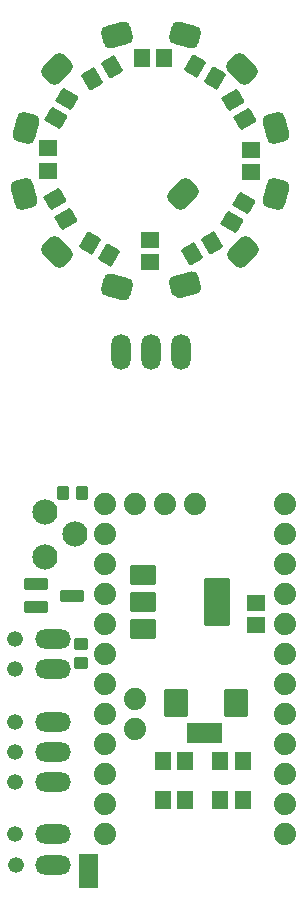
<source format=gbr>
%TF.GenerationSoftware,KiCad,Pcbnew,7.0.6*%
%TF.CreationDate,2024-06-04T12:28:42+02:00*%
%TF.ProjectId,ToneGenerator,546f6e65-4765-46e6-9572-61746f722e6b,rev?*%
%TF.SameCoordinates,Original*%
%TF.FileFunction,Soldermask,Top*%
%TF.FilePolarity,Negative*%
%FSLAX45Y45*%
G04 Gerber Fmt 4.5, Leading zero omitted, Abs format (unit mm)*
G04 Created by KiCad (PCBNEW 7.0.6) date 2024-06-04 12:28:42*
%MOMM*%
%LPD*%
G01*
G04 APERTURE LIST*
G04 Aperture macros list*
%AMRoundRect*
0 Rectangle with rounded corners*
0 $1 Rounding radius*
0 $2 $3 $4 $5 $6 $7 $8 $9 X,Y pos of 4 corners*
0 Add a 4 corners polygon primitive as box body*
4,1,4,$2,$3,$4,$5,$6,$7,$8,$9,$2,$3,0*
0 Add four circle primitives for the rounded corners*
1,1,$1+$1,$2,$3*
1,1,$1+$1,$4,$5*
1,1,$1+$1,$6,$7*
1,1,$1+$1,$8,$9*
0 Add four rect primitives between the rounded corners*
20,1,$1+$1,$2,$3,$4,$5,0*
20,1,$1+$1,$4,$5,$6,$7,0*
20,1,$1+$1,$6,$7,$8,$9,0*
20,1,$1+$1,$8,$9,$2,$3,0*%
%AMFreePoly0*
4,1,47,0.799497,0.949497,1.249497,0.499497,1.270000,0.450000,1.270000,-0.451637,1.269847,-0.454906,1.261849,-0.540195,1.258227,-0.556779,1.213924,-0.683390,1.204174,-0.701838,1.124520,-0.809765,1.109765,-0.824520,1.001838,-0.904174,0.983390,-0.913924,0.856779,-0.958226,0.840195,-0.961849,0.754906,-0.969847,0.751637,-0.970000,-0.751637,-0.970000,-0.754906,-0.969847,-0.840195,-0.961849,
-0.856779,-0.958227,-0.983390,-0.913924,-1.001838,-0.904174,-1.109765,-0.824520,-1.124520,-0.809765,-1.204174,-0.701838,-1.213924,-0.683390,-1.258227,-0.556779,-1.261849,-0.540195,-1.269847,-0.454906,-1.270000,-0.451637,-1.270000,0.451637,-1.269847,0.454906,-1.261849,0.540195,-1.258227,0.556779,-1.213924,0.683390,-1.204174,0.701838,-1.124520,0.809765,-1.109765,0.824520,-1.001838,0.904174,
-0.983390,0.913924,-0.856779,0.958226,-0.840195,0.961849,-0.754906,0.969847,-0.751637,0.970000,0.750000,0.970000,0.799497,0.949497,0.799497,0.949497,$1*%
G04 Aperture macros list end*
%ADD10RoundRect,0.101600X-0.571500X-0.698500X0.571500X-0.698500X0.571500X0.698500X-0.571500X0.698500X0*%
%ADD11C,1.340000*%
%ADD12O,3.048000X1.625600*%
%ADD13RoundRect,0.101600X-0.698500X0.571500X-0.698500X-0.571500X0.698500X-0.571500X0.698500X0.571500X0*%
%ADD14RoundRect,0.101600X0.319169X-0.844184X0.890669X0.145684X-0.319169X0.844184X-0.890669X-0.145684X0*%
%ADD15C,2.133600*%
%ADD16RoundRect,0.101600X0.844184X0.319169X-0.145684X0.890669X-0.844184X-0.319169X0.145684X-0.890669X0*%
%ADD17RoundRect,0.101600X0.698500X-0.571500X0.698500X0.571500X-0.698500X0.571500X-0.698500X-0.571500X0*%
%ADD18RoundRect,0.101600X-0.145684X-0.890669X0.844184X-0.319169X0.145684X0.890669X-0.844184X0.319169X0*%
%ADD19RoundRect,0.101600X0.900000X1.100000X-0.900000X1.100000X-0.900000X-1.100000X0.900000X-1.100000X0*%
%ADD20RoundRect,0.101600X-1.003300X0.749300X-1.003300X-0.749300X1.003300X-0.749300X1.003300X0.749300X0*%
%ADD21RoundRect,0.101600X-1.003300X1.905000X-1.003300X-1.905000X1.003300X-1.905000X1.003300X1.905000X0*%
%ADD22RoundRect,0.101600X0.571500X0.698500X-0.571500X0.698500X-0.571500X-0.698500X0.571500X-0.698500X0*%
%ADD23RoundRect,0.101600X-0.482600X0.381000X-0.482600X-0.381000X0.482600X-0.381000X0.482600X0.381000X0*%
%ADD24C,1.879600*%
%ADD25FreePoly0,195.000000*%
%ADD26RoundRect,0.520000X0.212132X0.848528X-0.848528X-0.212132X-0.212132X-0.848528X0.848528X0.212132X0*%
%ADD27RoundRect,0.520000X-0.240552X0.840913X-0.628781X-0.607976X0.240552X-0.840913X0.628781X0.607976X0*%
%ADD28RoundRect,0.520000X-0.628781X0.607976X-0.240552X-0.840913X0.628781X-0.607976X0.240552X0.840913X0*%
%ADD29RoundRect,0.520000X-0.848528X0.212132X0.212132X-0.848528X0.848528X-0.212132X-0.212132X0.848528X0*%
%ADD30RoundRect,0.520000X-0.840913X-0.240552X0.607976X-0.628781X0.840913X0.240552X-0.607976X0.628781X0*%
%ADD31RoundRect,0.520000X-0.607976X-0.628781X0.840913X-0.240552X0.607976X0.628781X-0.840913X0.240552X0*%
%ADD32RoundRect,0.520000X-0.212132X-0.848528X0.848528X0.212132X0.212132X0.848528X-0.848528X-0.212132X0*%
%ADD33RoundRect,0.520000X0.240552X-0.840913X0.628781X0.607976X-0.240552X0.840913X-0.628781X-0.607976X0*%
%ADD34RoundRect,0.520000X0.628781X-0.607976X0.240552X0.840913X-0.628781X0.607976X-0.240552X-0.840913X0*%
%ADD35RoundRect,0.520000X0.848528X-0.212132X-0.212132X0.848528X-0.848528X0.212132X0.212132X-0.848528X0*%
%ADD36RoundRect,0.520000X0.840913X0.240552X-0.607976X0.628781X-0.840913X-0.240552X0.607976X-0.628781X0*%
%ADD37RoundRect,0.101600X0.890669X-0.145684X0.319169X0.844184X-0.890669X0.145684X-0.319169X-0.844184X0*%
%ADD38RoundRect,0.070000X-0.950000X-0.400000X0.950000X-0.400000X0.950000X0.400000X-0.950000X0.400000X0*%
%ADD39RoundRect,0.101600X-0.381000X-0.482600X0.381000X-0.482600X0.381000X0.482600X-0.381000X0.482600X0*%
%ADD40O,1.625600X3.048000*%
G04 APERTURE END LIST*
%TO.C,JP2*%
G36*
X14779540Y-13565590D02*
G01*
X14487440Y-13565590D01*
X14487440Y-13400490D01*
X14779540Y-13400490D01*
X14779540Y-13565590D01*
G37*
%TO.C,JP1*%
G36*
X13735050Y-14797490D02*
G01*
X13569950Y-14797490D01*
X13569950Y-14505390D01*
X13735050Y-14505390D01*
X13735050Y-14797490D01*
G37*
%TD*%
D10*
%TO.C,R7*%
X14281150Y-13716000D03*
X14471650Y-13716000D03*
%TD*%
%TO.C,C1*%
X14766840Y-14046200D03*
X14957340Y-14046200D03*
%TD*%
D11*
%TO.C,+9V0*%
X13036620Y-14600640D03*
D12*
X13354120Y-14600640D03*
%TD*%
D13*
%TO.C,R100*%
X14174846Y-9305249D03*
X14174846Y-9495749D03*
%TD*%
D14*
%TO.C,R108*%
X13378056Y-8277800D03*
X13473306Y-8112823D03*
%TD*%
D15*
%TO.C,Q1*%
X13284200Y-11607800D03*
X13538200Y-11798300D03*
X13284200Y-11988800D03*
%TD*%
D16*
%TO.C,R102*%
X13828169Y-9432937D03*
X13663192Y-9337687D03*
%TD*%
D17*
%TO.C,R105*%
X15025681Y-8735813D03*
X15025681Y-8545313D03*
%TD*%
D18*
%TO.C,R101*%
X14530703Y-9430562D03*
X14695680Y-9335312D03*
%TD*%
D19*
%TO.C,D1*%
X14388014Y-13231286D03*
X14898014Y-13231286D03*
%TD*%
D11*
%TO.C,HP2*%
X13030200Y-12687300D03*
D12*
X13347700Y-12687300D03*
%TD*%
D11*
%TO.C,S-0*%
X13030200Y-14338300D03*
D12*
X13347700Y-14338300D03*
%TD*%
D20*
%TO.C,IC1*%
X14112240Y-12600940D03*
X14112240Y-12372340D03*
X14112240Y-12143740D03*
D21*
X14742160Y-12369800D03*
%TD*%
D22*
%TO.C,R1*%
X14471650Y-14046200D03*
X14281150Y-14046200D03*
%TD*%
D11*
%TO.C,S+0*%
X13030200Y-13385800D03*
D12*
X13347700Y-13385800D03*
%TD*%
D17*
%TO.C,R106*%
X13305680Y-8720562D03*
X13305680Y-8530062D03*
%TD*%
D23*
%TO.C,R2*%
X13586400Y-12731767D03*
X13586400Y-12889247D03*
%TD*%
D24*
%TO.C,ARD1*%
X13792200Y-12560300D03*
X13792200Y-12814300D03*
X13792200Y-13068300D03*
X13792200Y-13322300D03*
X14046200Y-13195300D03*
X14046200Y-13449300D03*
X14300200Y-11544300D03*
X14046200Y-11544300D03*
X15316200Y-13322300D03*
X15316200Y-13068300D03*
X15316200Y-12814300D03*
X15316200Y-12560300D03*
X15316200Y-12306300D03*
X15316200Y-12052300D03*
X15316200Y-11798300D03*
X15316200Y-11544300D03*
X13792200Y-11544300D03*
X13792200Y-11798300D03*
X13792200Y-12052300D03*
X13792200Y-12306300D03*
X15316200Y-13576300D03*
X13792200Y-14084300D03*
X14554200Y-11544300D03*
X13792200Y-14338300D03*
X13792200Y-13830300D03*
X15316200Y-13830300D03*
X15316200Y-14084300D03*
X15316200Y-14338300D03*
X13792200Y-13576300D03*
%TD*%
D16*
%TO.C,R109*%
X14718170Y-7932937D03*
X14553192Y-7837687D03*
%TD*%
D25*
%TO.C,J100*%
X14465300Y-9690100D03*
D26*
X14960600Y-9410700D03*
D27*
X15240000Y-8915400D03*
D28*
X15240000Y-8356600D03*
D29*
X14947900Y-7861300D03*
D30*
X14465300Y-7569200D03*
D31*
X13893800Y-7569200D03*
D32*
X13385800Y-7861300D03*
D33*
X13119100Y-8356600D03*
D34*
X13106400Y-8915400D03*
D35*
X13385800Y-9410700D03*
D36*
X13893800Y-9702800D03*
D26*
X14452600Y-8915400D03*
%TD*%
D37*
%TO.C,R107*%
X14973305Y-8287800D03*
X14878055Y-8122822D03*
%TD*%
D22*
%TO.C,R8*%
X14955737Y-13716000D03*
X14765237Y-13716000D03*
%TD*%
D11*
%TO.C,SIN0*%
X13030200Y-13639800D03*
D12*
X13347700Y-13639800D03*
%TD*%
D37*
%TO.C,R104*%
X13463305Y-9127800D03*
X13368055Y-8962823D03*
%TD*%
D13*
%TO.C,C2*%
X15065290Y-12378140D03*
X15065290Y-12568640D03*
%TD*%
D14*
%TO.C,R103*%
X14870431Y-9160289D03*
X14965681Y-8995311D03*
%TD*%
D11*
%TO.C,GND0*%
X13030200Y-13893800D03*
D12*
X13347700Y-13893800D03*
%TD*%
D38*
%TO.C,Q2*%
X13210400Y-12224000D03*
X13210400Y-12414000D03*
X13510400Y-12319000D03*
%TD*%
D39*
%TO.C,R3*%
X13437150Y-11451040D03*
X13594630Y-11451040D03*
%TD*%
D11*
%TO.C,HP1*%
X13030200Y-12941300D03*
D12*
X13347700Y-12941300D03*
%TD*%
D40*
%TO.C,CN100*%
X13926089Y-10258662D03*
X14180089Y-10258662D03*
X14432592Y-10258662D03*
%TD*%
D10*
%TO.C,R111*%
X14100430Y-7765311D03*
X14290930Y-7765311D03*
%TD*%
D18*
%TO.C,R110*%
X13683191Y-7942937D03*
X13848169Y-7847687D03*
%TD*%
M02*

</source>
